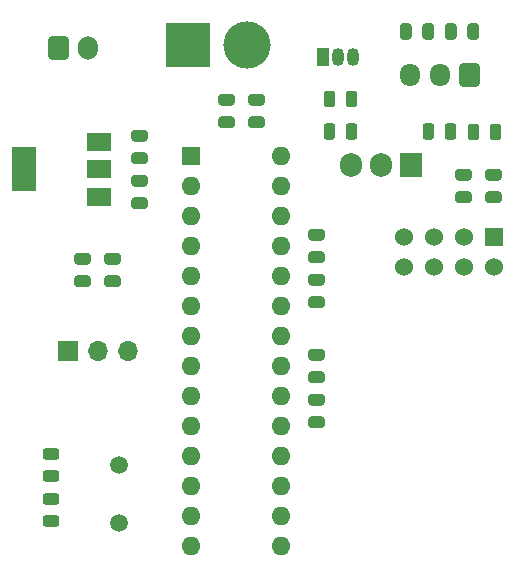
<source format=gbr>
G04 #@! TF.GenerationSoftware,KiCad,Pcbnew,5.1.6-c6e7f7d~87~ubuntu20.04.1*
G04 #@! TF.CreationDate,2020-09-27T23:00:53+02:00*
G04 #@! TF.ProjectId,soil_humidity_module,736f696c-5f68-4756-9d69-646974795f6d,rev?*
G04 #@! TF.SameCoordinates,Original*
G04 #@! TF.FileFunction,Soldermask,Top*
G04 #@! TF.FilePolarity,Negative*
%FSLAX46Y46*%
G04 Gerber Fmt 4.6, Leading zero omitted, Abs format (unit mm)*
G04 Created by KiCad (PCBNEW 5.1.6-c6e7f7d~87~ubuntu20.04.1) date 2020-09-27 23:00:53*
%MOMM*%
%LPD*%
G01*
G04 APERTURE LIST*
%ADD10O,1.700000X2.000000*%
%ADD11O,1.700000X1.700000*%
%ADD12R,1.700000X1.700000*%
%ADD13C,1.524000*%
%ADD14R,1.524000X1.524000*%
%ADD15R,3.800000X3.800000*%
%ADD16C,4.000000*%
%ADD17R,1.905000X2.000000*%
%ADD18O,1.905000X2.000000*%
%ADD19O,1.050000X1.500000*%
%ADD20R,1.050000X1.500000*%
%ADD21O,1.700000X1.950000*%
%ADD22R,2.000000X3.800000*%
%ADD23R,2.000000X1.500000*%
%ADD24R,1.600000X1.600000*%
%ADD25O,1.600000X1.600000*%
%ADD26C,1.500000*%
G04 APERTURE END LIST*
D10*
X137120000Y-84074000D03*
G36*
G01*
X133770000Y-84824000D02*
X133770000Y-83324000D01*
G75*
G02*
X134020000Y-83074000I250000J0D01*
G01*
X135220000Y-83074000D01*
G75*
G02*
X135470000Y-83324000I0J-250000D01*
G01*
X135470000Y-84824000D01*
G75*
G02*
X135220000Y-85074000I-250000J0D01*
G01*
X134020000Y-85074000D01*
G75*
G02*
X133770000Y-84824000I0J250000D01*
G01*
G37*
G36*
G01*
X158946000Y-88848250D02*
X158946000Y-87935750D01*
G75*
G02*
X159189750Y-87692000I243750J0D01*
G01*
X159677250Y-87692000D01*
G75*
G02*
X159921000Y-87935750I0J-243750D01*
G01*
X159921000Y-88848250D01*
G75*
G02*
X159677250Y-89092000I-243750J0D01*
G01*
X159189750Y-89092000D01*
G75*
G02*
X158946000Y-88848250I0J243750D01*
G01*
G37*
G36*
G01*
X157071000Y-88848250D02*
X157071000Y-87935750D01*
G75*
G02*
X157314750Y-87692000I243750J0D01*
G01*
X157802250Y-87692000D01*
G75*
G02*
X158046000Y-87935750I0J-243750D01*
G01*
X158046000Y-88848250D01*
G75*
G02*
X157802250Y-89092000I-243750J0D01*
G01*
X157314750Y-89092000D01*
G75*
G02*
X157071000Y-88848250I0J243750D01*
G01*
G37*
G36*
G01*
X156007750Y-111448000D02*
X156920250Y-111448000D01*
G75*
G02*
X157164000Y-111691750I0J-243750D01*
G01*
X157164000Y-112179250D01*
G75*
G02*
X156920250Y-112423000I-243750J0D01*
G01*
X156007750Y-112423000D01*
G75*
G02*
X155764000Y-112179250I0J243750D01*
G01*
X155764000Y-111691750D01*
G75*
G02*
X156007750Y-111448000I243750J0D01*
G01*
G37*
G36*
G01*
X156007750Y-109573000D02*
X156920250Y-109573000D01*
G75*
G02*
X157164000Y-109816750I0J-243750D01*
G01*
X157164000Y-110304250D01*
G75*
G02*
X156920250Y-110548000I-243750J0D01*
G01*
X156007750Y-110548000D01*
G75*
G02*
X155764000Y-110304250I0J243750D01*
G01*
X155764000Y-109816750D01*
G75*
G02*
X156007750Y-109573000I243750J0D01*
G01*
G37*
G36*
G01*
X156007750Y-115258000D02*
X156920250Y-115258000D01*
G75*
G02*
X157164000Y-115501750I0J-243750D01*
G01*
X157164000Y-115989250D01*
G75*
G02*
X156920250Y-116233000I-243750J0D01*
G01*
X156007750Y-116233000D01*
G75*
G02*
X155764000Y-115989250I0J243750D01*
G01*
X155764000Y-115501750D01*
G75*
G02*
X156007750Y-115258000I243750J0D01*
G01*
G37*
G36*
G01*
X156007750Y-113383000D02*
X156920250Y-113383000D01*
G75*
G02*
X157164000Y-113626750I0J-243750D01*
G01*
X157164000Y-114114250D01*
G75*
G02*
X156920250Y-114358000I-243750J0D01*
G01*
X156007750Y-114358000D01*
G75*
G02*
X155764000Y-114114250I0J243750D01*
G01*
X155764000Y-113626750D01*
G75*
G02*
X156007750Y-113383000I243750J0D01*
G01*
G37*
G36*
G01*
X156007750Y-101288000D02*
X156920250Y-101288000D01*
G75*
G02*
X157164000Y-101531750I0J-243750D01*
G01*
X157164000Y-102019250D01*
G75*
G02*
X156920250Y-102263000I-243750J0D01*
G01*
X156007750Y-102263000D01*
G75*
G02*
X155764000Y-102019250I0J243750D01*
G01*
X155764000Y-101531750D01*
G75*
G02*
X156007750Y-101288000I243750J0D01*
G01*
G37*
G36*
G01*
X156007750Y-99413000D02*
X156920250Y-99413000D01*
G75*
G02*
X157164000Y-99656750I0J-243750D01*
G01*
X157164000Y-100144250D01*
G75*
G02*
X156920250Y-100388000I-243750J0D01*
G01*
X156007750Y-100388000D01*
G75*
G02*
X155764000Y-100144250I0J243750D01*
G01*
X155764000Y-99656750D01*
G75*
G02*
X156007750Y-99413000I243750J0D01*
G01*
G37*
G36*
G01*
X156920250Y-104198000D02*
X156007750Y-104198000D01*
G75*
G02*
X155764000Y-103954250I0J243750D01*
G01*
X155764000Y-103466750D01*
G75*
G02*
X156007750Y-103223000I243750J0D01*
G01*
X156920250Y-103223000D01*
G75*
G02*
X157164000Y-103466750I0J-243750D01*
G01*
X157164000Y-103954250D01*
G75*
G02*
X156920250Y-104198000I-243750J0D01*
G01*
G37*
G36*
G01*
X156920250Y-106073000D02*
X156007750Y-106073000D01*
G75*
G02*
X155764000Y-105829250I0J243750D01*
G01*
X155764000Y-105341750D01*
G75*
G02*
X156007750Y-105098000I243750J0D01*
G01*
X156920250Y-105098000D01*
G75*
G02*
X157164000Y-105341750I0J-243750D01*
G01*
X157164000Y-105829250D01*
G75*
G02*
X156920250Y-106073000I-243750J0D01*
G01*
G37*
D11*
X140462000Y-109728000D03*
X137922000Y-109728000D03*
D12*
X135382000Y-109728000D03*
G36*
G01*
X136195750Y-103320000D02*
X137108250Y-103320000D01*
G75*
G02*
X137352000Y-103563750I0J-243750D01*
G01*
X137352000Y-104051250D01*
G75*
G02*
X137108250Y-104295000I-243750J0D01*
G01*
X136195750Y-104295000D01*
G75*
G02*
X135952000Y-104051250I0J243750D01*
G01*
X135952000Y-103563750D01*
G75*
G02*
X136195750Y-103320000I243750J0D01*
G01*
G37*
G36*
G01*
X136195750Y-101445000D02*
X137108250Y-101445000D01*
G75*
G02*
X137352000Y-101688750I0J-243750D01*
G01*
X137352000Y-102176250D01*
G75*
G02*
X137108250Y-102420000I-243750J0D01*
G01*
X136195750Y-102420000D01*
G75*
G02*
X135952000Y-102176250I0J243750D01*
G01*
X135952000Y-101688750D01*
G75*
G02*
X136195750Y-101445000I243750J0D01*
G01*
G37*
G36*
G01*
X170993750Y-96208000D02*
X171906250Y-96208000D01*
G75*
G02*
X172150000Y-96451750I0J-243750D01*
G01*
X172150000Y-96939250D01*
G75*
G02*
X171906250Y-97183000I-243750J0D01*
G01*
X170993750Y-97183000D01*
G75*
G02*
X170750000Y-96939250I0J243750D01*
G01*
X170750000Y-96451750D01*
G75*
G02*
X170993750Y-96208000I243750J0D01*
G01*
G37*
G36*
G01*
X170993750Y-94333000D02*
X171906250Y-94333000D01*
G75*
G02*
X172150000Y-94576750I0J-243750D01*
G01*
X172150000Y-95064250D01*
G75*
G02*
X171906250Y-95308000I-243750J0D01*
G01*
X170993750Y-95308000D01*
G75*
G02*
X170750000Y-95064250I0J243750D01*
G01*
X170750000Y-94576750D01*
G75*
G02*
X170993750Y-94333000I243750J0D01*
G01*
G37*
G36*
G01*
X168453750Y-96208000D02*
X169366250Y-96208000D01*
G75*
G02*
X169610000Y-96451750I0J-243750D01*
G01*
X169610000Y-96939250D01*
G75*
G02*
X169366250Y-97183000I-243750J0D01*
G01*
X168453750Y-97183000D01*
G75*
G02*
X168210000Y-96939250I0J243750D01*
G01*
X168210000Y-96451750D01*
G75*
G02*
X168453750Y-96208000I243750J0D01*
G01*
G37*
G36*
G01*
X168453750Y-94333000D02*
X169366250Y-94333000D01*
G75*
G02*
X169610000Y-94576750I0J-243750D01*
G01*
X169610000Y-95064250D01*
G75*
G02*
X169366250Y-95308000I-243750J0D01*
G01*
X168453750Y-95308000D01*
G75*
G02*
X168210000Y-95064250I0J243750D01*
G01*
X168210000Y-94576750D01*
G75*
G02*
X168453750Y-94333000I243750J0D01*
G01*
G37*
G36*
G01*
X169233000Y-83133250D02*
X169233000Y-82220750D01*
G75*
G02*
X169476750Y-81977000I243750J0D01*
G01*
X169964250Y-81977000D01*
G75*
G02*
X170208000Y-82220750I0J-243750D01*
G01*
X170208000Y-83133250D01*
G75*
G02*
X169964250Y-83377000I-243750J0D01*
G01*
X169476750Y-83377000D01*
G75*
G02*
X169233000Y-83133250I0J243750D01*
G01*
G37*
G36*
G01*
X167358000Y-83133250D02*
X167358000Y-82220750D01*
G75*
G02*
X167601750Y-81977000I243750J0D01*
G01*
X168089250Y-81977000D01*
G75*
G02*
X168333000Y-82220750I0J-243750D01*
G01*
X168333000Y-83133250D01*
G75*
G02*
X168089250Y-83377000I-243750J0D01*
G01*
X167601750Y-83377000D01*
G75*
G02*
X167358000Y-83133250I0J243750D01*
G01*
G37*
G36*
G01*
X167328000Y-91597250D02*
X167328000Y-90684750D01*
G75*
G02*
X167571750Y-90441000I243750J0D01*
G01*
X168059250Y-90441000D01*
G75*
G02*
X168303000Y-90684750I0J-243750D01*
G01*
X168303000Y-91597250D01*
G75*
G02*
X168059250Y-91841000I-243750J0D01*
G01*
X167571750Y-91841000D01*
G75*
G02*
X167328000Y-91597250I0J243750D01*
G01*
G37*
G36*
G01*
X165453000Y-91597250D02*
X165453000Y-90684750D01*
G75*
G02*
X165696750Y-90441000I243750J0D01*
G01*
X166184250Y-90441000D01*
G75*
G02*
X166428000Y-90684750I0J-243750D01*
G01*
X166428000Y-91597250D01*
G75*
G02*
X166184250Y-91841000I-243750J0D01*
G01*
X165696750Y-91841000D01*
G75*
G02*
X165453000Y-91597250I0J243750D01*
G01*
G37*
G36*
G01*
X164523000Y-82220750D02*
X164523000Y-83133250D01*
G75*
G02*
X164279250Y-83377000I-243750J0D01*
G01*
X163791750Y-83377000D01*
G75*
G02*
X163548000Y-83133250I0J243750D01*
G01*
X163548000Y-82220750D01*
G75*
G02*
X163791750Y-81977000I243750J0D01*
G01*
X164279250Y-81977000D01*
G75*
G02*
X164523000Y-82220750I0J-243750D01*
G01*
G37*
G36*
G01*
X166398000Y-82220750D02*
X166398000Y-83133250D01*
G75*
G02*
X166154250Y-83377000I-243750J0D01*
G01*
X165666750Y-83377000D01*
G75*
G02*
X165423000Y-83133250I0J243750D01*
G01*
X165423000Y-82220750D01*
G75*
G02*
X165666750Y-81977000I243750J0D01*
G01*
X166154250Y-81977000D01*
G75*
G02*
X166398000Y-82220750I0J-243750D01*
G01*
G37*
G36*
G01*
X171138000Y-91642250D02*
X171138000Y-90729750D01*
G75*
G02*
X171381750Y-90486000I243750J0D01*
G01*
X171869250Y-90486000D01*
G75*
G02*
X172113000Y-90729750I0J-243750D01*
G01*
X172113000Y-91642250D01*
G75*
G02*
X171869250Y-91886000I-243750J0D01*
G01*
X171381750Y-91886000D01*
G75*
G02*
X171138000Y-91642250I0J243750D01*
G01*
G37*
G36*
G01*
X169263000Y-91642250D02*
X169263000Y-90729750D01*
G75*
G02*
X169506750Y-90486000I243750J0D01*
G01*
X169994250Y-90486000D01*
G75*
G02*
X170238000Y-90729750I0J-243750D01*
G01*
X170238000Y-91642250D01*
G75*
G02*
X169994250Y-91886000I-243750J0D01*
G01*
X169506750Y-91886000D01*
G75*
G02*
X169263000Y-91642250I0J243750D01*
G01*
G37*
D13*
X163830000Y-102616000D03*
X163830000Y-100076000D03*
X166370000Y-102616000D03*
X166370000Y-100076000D03*
X168910000Y-102616000D03*
X168910000Y-100076000D03*
X171450000Y-102616000D03*
D14*
X171450000Y-100076000D03*
D15*
X145542000Y-83820000D03*
D16*
X150542000Y-83820000D03*
G36*
G01*
X141934250Y-97691000D02*
X141021750Y-97691000D01*
G75*
G02*
X140778000Y-97447250I0J243750D01*
G01*
X140778000Y-96959750D01*
G75*
G02*
X141021750Y-96716000I243750J0D01*
G01*
X141934250Y-96716000D01*
G75*
G02*
X142178000Y-96959750I0J-243750D01*
G01*
X142178000Y-97447250D01*
G75*
G02*
X141934250Y-97691000I-243750J0D01*
G01*
G37*
G36*
G01*
X141934250Y-95816000D02*
X141021750Y-95816000D01*
G75*
G02*
X140778000Y-95572250I0J243750D01*
G01*
X140778000Y-95084750D01*
G75*
G02*
X141021750Y-94841000I243750J0D01*
G01*
X141934250Y-94841000D01*
G75*
G02*
X142178000Y-95084750I0J-243750D01*
G01*
X142178000Y-95572250D01*
G75*
G02*
X141934250Y-95816000I-243750J0D01*
G01*
G37*
G36*
G01*
X141021750Y-92906000D02*
X141934250Y-92906000D01*
G75*
G02*
X142178000Y-93149750I0J-243750D01*
G01*
X142178000Y-93637250D01*
G75*
G02*
X141934250Y-93881000I-243750J0D01*
G01*
X141021750Y-93881000D01*
G75*
G02*
X140778000Y-93637250I0J243750D01*
G01*
X140778000Y-93149750D01*
G75*
G02*
X141021750Y-92906000I243750J0D01*
G01*
G37*
G36*
G01*
X141021750Y-91031000D02*
X141934250Y-91031000D01*
G75*
G02*
X142178000Y-91274750I0J-243750D01*
G01*
X142178000Y-91762250D01*
G75*
G02*
X141934250Y-92006000I-243750J0D01*
G01*
X141021750Y-92006000D01*
G75*
G02*
X140778000Y-91762250I0J243750D01*
G01*
X140778000Y-91274750D01*
G75*
G02*
X141021750Y-91031000I243750J0D01*
G01*
G37*
G36*
G01*
X133528750Y-123640000D02*
X134441250Y-123640000D01*
G75*
G02*
X134685000Y-123883750I0J-243750D01*
G01*
X134685000Y-124371250D01*
G75*
G02*
X134441250Y-124615000I-243750J0D01*
G01*
X133528750Y-124615000D01*
G75*
G02*
X133285000Y-124371250I0J243750D01*
G01*
X133285000Y-123883750D01*
G75*
G02*
X133528750Y-123640000I243750J0D01*
G01*
G37*
G36*
G01*
X133528750Y-121765000D02*
X134441250Y-121765000D01*
G75*
G02*
X134685000Y-122008750I0J-243750D01*
G01*
X134685000Y-122496250D01*
G75*
G02*
X134441250Y-122740000I-243750J0D01*
G01*
X133528750Y-122740000D01*
G75*
G02*
X133285000Y-122496250I0J243750D01*
G01*
X133285000Y-122008750D01*
G75*
G02*
X133528750Y-121765000I243750J0D01*
G01*
G37*
G36*
G01*
X134441250Y-120805000D02*
X133528750Y-120805000D01*
G75*
G02*
X133285000Y-120561250I0J243750D01*
G01*
X133285000Y-120073750D01*
G75*
G02*
X133528750Y-119830000I243750J0D01*
G01*
X134441250Y-119830000D01*
G75*
G02*
X134685000Y-120073750I0J-243750D01*
G01*
X134685000Y-120561250D01*
G75*
G02*
X134441250Y-120805000I-243750J0D01*
G01*
G37*
G36*
G01*
X134441250Y-118930000D02*
X133528750Y-118930000D01*
G75*
G02*
X133285000Y-118686250I0J243750D01*
G01*
X133285000Y-118198750D01*
G75*
G02*
X133528750Y-117955000I243750J0D01*
G01*
X134441250Y-117955000D01*
G75*
G02*
X134685000Y-118198750I0J-243750D01*
G01*
X134685000Y-118686250D01*
G75*
G02*
X134441250Y-118930000I-243750J0D01*
G01*
G37*
D17*
X164470000Y-93980000D03*
D18*
X161930000Y-93980000D03*
X159390000Y-93980000D03*
D19*
X158242000Y-84836000D03*
X159512000Y-84836000D03*
D20*
X156972000Y-84836000D03*
G36*
G01*
X159921000Y-90684750D02*
X159921000Y-91597250D01*
G75*
G02*
X159677250Y-91841000I-243750J0D01*
G01*
X159189750Y-91841000D01*
G75*
G02*
X158946000Y-91597250I0J243750D01*
G01*
X158946000Y-90684750D01*
G75*
G02*
X159189750Y-90441000I243750J0D01*
G01*
X159677250Y-90441000D01*
G75*
G02*
X159921000Y-90684750I0J-243750D01*
G01*
G37*
G36*
G01*
X158046000Y-90684750D02*
X158046000Y-91597250D01*
G75*
G02*
X157802250Y-91841000I-243750J0D01*
G01*
X157314750Y-91841000D01*
G75*
G02*
X157071000Y-91597250I0J243750D01*
G01*
X157071000Y-90684750D01*
G75*
G02*
X157314750Y-90441000I243750J0D01*
G01*
X157802250Y-90441000D01*
G75*
G02*
X158046000Y-90684750I0J-243750D01*
G01*
G37*
G36*
G01*
X139648250Y-104295000D02*
X138735750Y-104295000D01*
G75*
G02*
X138492000Y-104051250I0J243750D01*
G01*
X138492000Y-103563750D01*
G75*
G02*
X138735750Y-103320000I243750J0D01*
G01*
X139648250Y-103320000D01*
G75*
G02*
X139892000Y-103563750I0J-243750D01*
G01*
X139892000Y-104051250D01*
G75*
G02*
X139648250Y-104295000I-243750J0D01*
G01*
G37*
G36*
G01*
X139648250Y-102420000D02*
X138735750Y-102420000D01*
G75*
G02*
X138492000Y-102176250I0J243750D01*
G01*
X138492000Y-101688750D01*
G75*
G02*
X138735750Y-101445000I243750J0D01*
G01*
X139648250Y-101445000D01*
G75*
G02*
X139892000Y-101688750I0J-243750D01*
G01*
X139892000Y-102176250D01*
G75*
G02*
X139648250Y-102420000I-243750J0D01*
G01*
G37*
G36*
G01*
X149300250Y-88958000D02*
X148387750Y-88958000D01*
G75*
G02*
X148144000Y-88714250I0J243750D01*
G01*
X148144000Y-88226750D01*
G75*
G02*
X148387750Y-87983000I243750J0D01*
G01*
X149300250Y-87983000D01*
G75*
G02*
X149544000Y-88226750I0J-243750D01*
G01*
X149544000Y-88714250D01*
G75*
G02*
X149300250Y-88958000I-243750J0D01*
G01*
G37*
G36*
G01*
X149300250Y-90833000D02*
X148387750Y-90833000D01*
G75*
G02*
X148144000Y-90589250I0J243750D01*
G01*
X148144000Y-90101750D01*
G75*
G02*
X148387750Y-89858000I243750J0D01*
G01*
X149300250Y-89858000D01*
G75*
G02*
X149544000Y-90101750I0J-243750D01*
G01*
X149544000Y-90589250D01*
G75*
G02*
X149300250Y-90833000I-243750J0D01*
G01*
G37*
G36*
G01*
X150927750Y-89858000D02*
X151840250Y-89858000D01*
G75*
G02*
X152084000Y-90101750I0J-243750D01*
G01*
X152084000Y-90589250D01*
G75*
G02*
X151840250Y-90833000I-243750J0D01*
G01*
X150927750Y-90833000D01*
G75*
G02*
X150684000Y-90589250I0J243750D01*
G01*
X150684000Y-90101750D01*
G75*
G02*
X150927750Y-89858000I243750J0D01*
G01*
G37*
G36*
G01*
X150927750Y-87983000D02*
X151840250Y-87983000D01*
G75*
G02*
X152084000Y-88226750I0J-243750D01*
G01*
X152084000Y-88714250D01*
G75*
G02*
X151840250Y-88958000I-243750J0D01*
G01*
X150927750Y-88958000D01*
G75*
G02*
X150684000Y-88714250I0J243750D01*
G01*
X150684000Y-88226750D01*
G75*
G02*
X150927750Y-87983000I243750J0D01*
G01*
G37*
G36*
G01*
X170268000Y-85635000D02*
X170268000Y-87085000D01*
G75*
G02*
X170018000Y-87335000I-250000J0D01*
G01*
X168818000Y-87335000D01*
G75*
G02*
X168568000Y-87085000I0J250000D01*
G01*
X168568000Y-85635000D01*
G75*
G02*
X168818000Y-85385000I250000J0D01*
G01*
X170018000Y-85385000D01*
G75*
G02*
X170268000Y-85635000I0J-250000D01*
G01*
G37*
D21*
X166918000Y-86360000D03*
X164418000Y-86360000D03*
D22*
X131724000Y-94361000D03*
D23*
X138024000Y-94361000D03*
X138024000Y-92061000D03*
X138024000Y-96661000D03*
D24*
X145796000Y-93218000D03*
D25*
X153416000Y-126238000D03*
X145796000Y-95758000D03*
X153416000Y-123698000D03*
X145796000Y-98298000D03*
X153416000Y-121158000D03*
X145796000Y-100838000D03*
X153416000Y-118618000D03*
X145796000Y-103378000D03*
X153416000Y-116078000D03*
X145796000Y-105918000D03*
X153416000Y-113538000D03*
X145796000Y-108458000D03*
X153416000Y-110998000D03*
X145796000Y-110998000D03*
X153416000Y-108458000D03*
X145796000Y-113538000D03*
X153416000Y-105918000D03*
X145796000Y-116078000D03*
X153416000Y-103378000D03*
X145796000Y-118618000D03*
X153416000Y-100838000D03*
X145796000Y-121158000D03*
X153416000Y-98298000D03*
X145796000Y-123698000D03*
X153416000Y-95758000D03*
X145796000Y-126238000D03*
X153416000Y-93218000D03*
D26*
X139700000Y-119380000D03*
X139700000Y-124260000D03*
M02*

</source>
